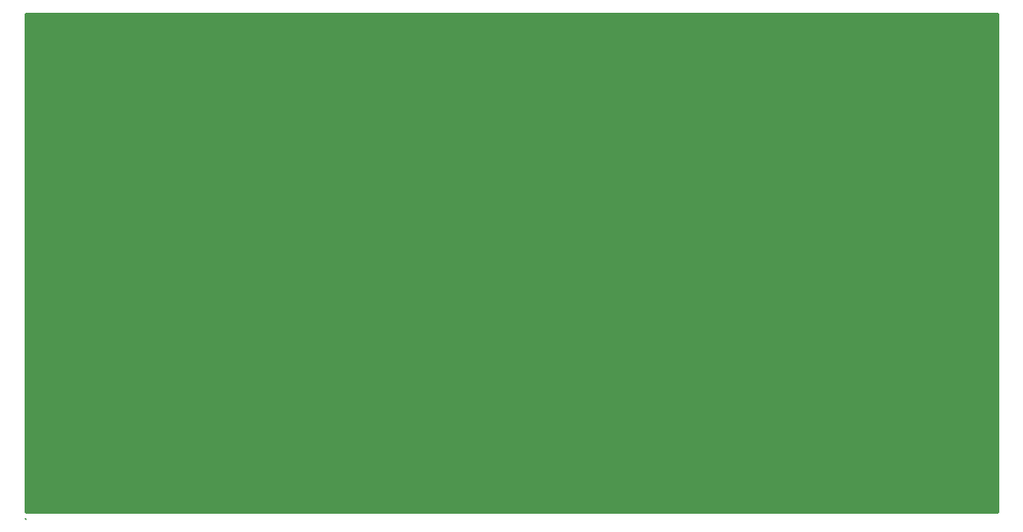
<source format=gbr>
G04 #@! TF.FileFunction,Profile,NP*
%FSLAX46Y46*%
G04 Gerber Fmt 4.6, Leading zero omitted, Abs format (unit mm)*
G04 Created by KiCad (PCBNEW 4.0.7-e1-6374~58~ubuntu14.04.1) date Fri Aug 18 20:02:15 2017*
%MOMM*%
%LPD*%
G01*
G04 APERTURE LIST*
%ADD10C,0.100000*%
%ADD11C,0.254000*%
G04 APERTURE END LIST*
D10*
X148591666Y-173990000D02*
G75*
G03X148591666Y-173990000I-1666J0D01*
G01*
X148587500Y-173990000D02*
X148592500Y-173990000D01*
X148590000Y-173987500D02*
X148590000Y-173992500D01*
D11*
G36*
X238873000Y-173373000D02*
X148627000Y-173373000D01*
X148627000Y-127127000D01*
X238873000Y-127127000D01*
X238873000Y-173373000D01*
X238873000Y-173373000D01*
G37*
X238873000Y-173373000D02*
X148627000Y-173373000D01*
X148627000Y-127127000D01*
X238873000Y-127127000D01*
X238873000Y-173373000D01*
M02*

</source>
